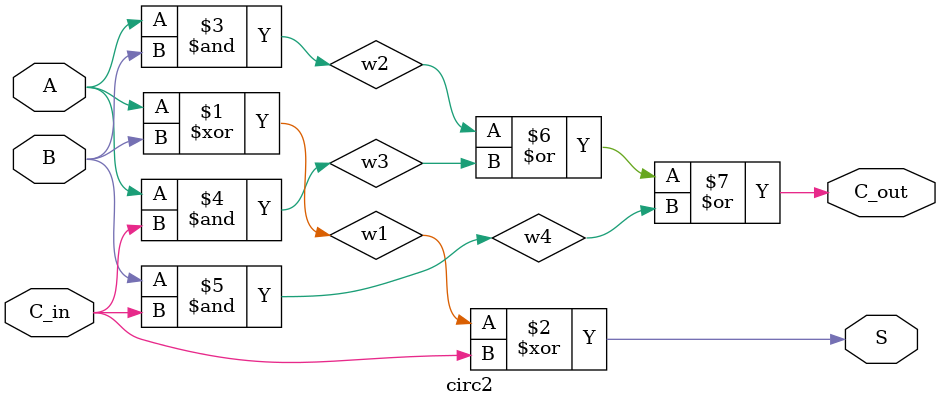
<source format=v>
`timescale 1ns/1ps

module circ2(input A, input B, input C_in, output S, output C_out); // full adder
wire w1, w2, w3, w4;

xor(w1, A, B);
xor(S, w1, C_in);

and(w2, A, B);
and(w3, A, C_in);
and(w4, B, C_in);

or(C_out, w2, w3, w4);

endmodule
</source>
